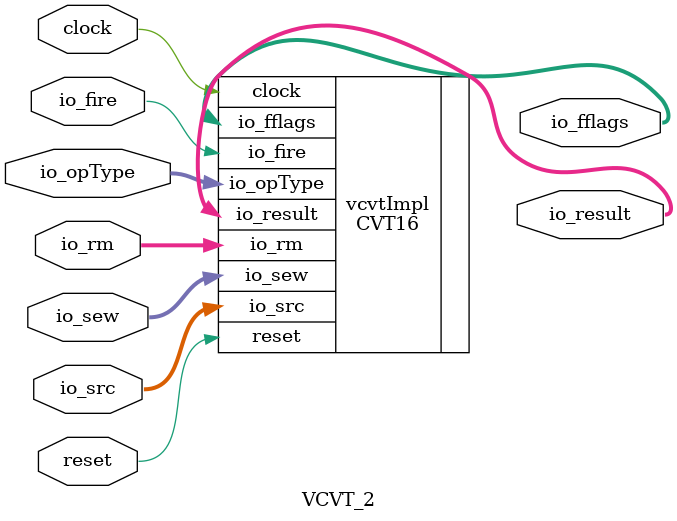
<source format=v>
`ifndef RANDOMIZE
  `ifdef RANDOMIZE_MEM_INIT
    `define RANDOMIZE
  `endif // RANDOMIZE_MEM_INIT
`endif // not def RANDOMIZE
`ifndef RANDOMIZE
  `ifdef RANDOMIZE_REG_INIT
    `define RANDOMIZE
  `endif // RANDOMIZE_REG_INIT
`endif // not def RANDOMIZE
`ifndef RANDOM
  `define RANDOM $random
`endif // not def RANDOM
// Users can define INIT_RANDOM as general code that gets injected into the
// initializer block for modules with registers.
`ifndef INIT_RANDOM
  `define INIT_RANDOM
`endif // not def INIT_RANDOM
// If using random initialization, you can also define RANDOMIZE_DELAY to
// customize the delay used, otherwise 0.002 is used.
`ifndef RANDOMIZE_DELAY
  `define RANDOMIZE_DELAY 0.002
`endif // not def RANDOMIZE_DELAY
// Define INIT_RANDOM_PROLOG_ for use in our modules below.
`ifndef INIT_RANDOM_PROLOG_
  `ifdef RANDOMIZE
    `ifdef VERILATOR
      `define INIT_RANDOM_PROLOG_ `INIT_RANDOM
    `else  // VERILATOR
      `define INIT_RANDOM_PROLOG_ `INIT_RANDOM #`RANDOMIZE_DELAY begin end
    `endif // VERILATOR
  `else  // RANDOMIZE
    `define INIT_RANDOM_PROLOG_
  `endif // RANDOMIZE
`endif // not def INIT_RANDOM_PROLOG_
// Include register initializers in init blocks unless synthesis is set
`ifndef SYNTHESIS
  `ifndef ENABLE_INITIAL_REG_
    `define ENABLE_INITIAL_REG_
  `endif // not def ENABLE_INITIAL_REG_
`endif // not def SYNTHESIS
// Include rmemory initializers in init blocks unless synthesis is set
`ifndef SYNTHESIS
  `ifndef ENABLE_INITIAL_MEM_
    `define ENABLE_INITIAL_MEM_
  `endif // not def ENABLE_INITIAL_MEM_
`endif // not def SYNTHESIS
module VCVT_2(
  input         clock,
  input         reset,
  input         io_fire,
  input  [15:0] io_src,
  input  [7:0]  io_opType,
  input  [1:0]  io_sew,
  input  [2:0]  io_rm,
  output [15:0] io_result,
  output [4:0]  io_fflags
);

  CVT16 vcvtImpl (
    .clock     (clock),
    .reset     (reset),
    .io_fire   (io_fire),
    .io_src    (io_src),
    .io_opType (io_opType),
    .io_sew    (io_sew),
    .io_rm     (io_rm),
    .io_result (io_result),
    .io_fflags (io_fflags)
  );
endmodule


</source>
